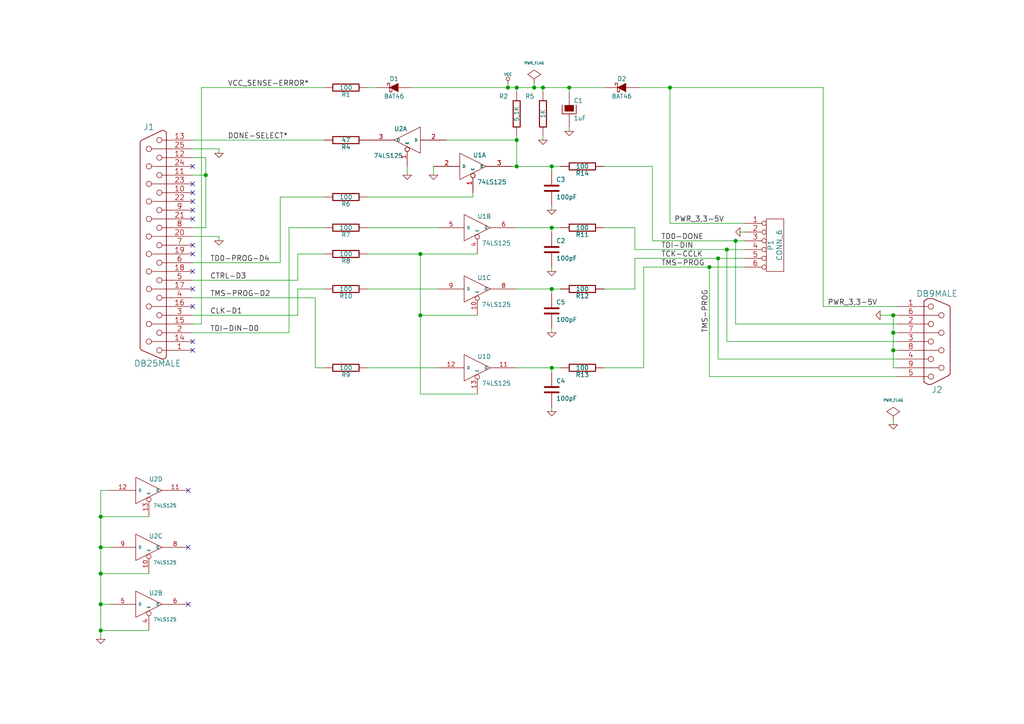
<source format=kicad_sch>
(kicad_sch (version 20211123) (generator eeschema)
  (paper "A4")
  (title_block (title "PARALLEL CABLE III") (date "Sun 22 Mar 2015") (rev "1"))
  (lib_symbols
    (symbol "sonde_xilinx_schlib:74LS125" (pin_names (offset 0.762))
      (property "Reference" "U" (at 0 2.54 0))
      (property "Value" "74LS125" (at 1.27 -3.81 0))
      (symbol "74LS125_0_0"
        (pin power_in line (at -3.81 3.81 270) (length 0) hide (name "VCC") (number "14"))
        (pin power_in line (at -3.81 -3.81 90) (length 0) hide (name "GND") (number "7"))
      )
      (symbol "74LS125_0_1"
        (polyline (pts (xy -3.81 3.81) (xy -3.81 -3.81) (xy 3.81 0) (xy -3.81 3.81)))
      )
      (symbol "74LS125_1_0"
        (pin input inverted (at 0 -7.62 90) (length 5.588) (name "E") (number "1"))
      )
      (symbol "74LS125_1_1"
        (pin input line (at -11.43 0 0) (length 7.62) (name "D") (number "2"))
        (pin tri_state line (at 11.43 0 180) (length 7.62) (name "O") (number "3"))
      )
      (symbol "74LS125_2_0"
        (pin input inverted (at 0 -7.62 90) (length 5.588) (name "E") (number "4"))
      )
      (symbol "74LS125_2_1"
        (pin input line (at -11.43 0 0) (length 7.62) (name "D") (number "5"))
        (pin tri_state line (at 11.43 0 180) (length 7.62) (name "O") (number "6"))
      )
      (symbol "74LS125_3_0"
        (pin input inverted (at 0 -7.62 90) (length 5.588) (name "E") (number "10"))
      )
      (symbol "74LS125_3_1"
        (pin tri_state line (at 11.43 0 180) (length 7.62) (name "O") (number "8"))
        (pin input line (at -11.43 0 0) (length 7.62) (name "D") (number "9"))
      )
      (symbol "74LS125_4_0"
        (pin input inverted (at 0 -7.62 90) (length 5.588) (name "E") (number "13"))
      )
      (symbol "74LS125_4_1"
        (pin tri_state line (at 11.43 0 180) (length 7.62) (name "O") (number "11"))
        (pin input line (at -11.43 0 0) (length 7.62) (name "D") (number "12"))
      )
    )
    (symbol "sonde_xilinx_schlib:C" (pin_numbers hide) (pin_names (offset 0.254))
      (property "Reference" "C" (at 0 2.54 0))
      (property "Value" "C" (at 0.1524 -2.159 0))
      (symbol "C_0_1"
        (polyline (pts (xy -2.032 -0.762) (xy 2.032 -0.762)) (stroke (width 0.508)))
        (polyline (pts (xy -2.032 0.762) (xy 2.032 0.762)) (stroke (width 0.508)))
      )
      (symbol "C_1_1"
        (pin passive line (at 0 5.08 270) (length 4.318) (name "~") (number "1"))
        (pin passive line (at 0 -5.08 90) (length 4.318) (name "~") (number "2"))
      )
    )
    (symbol "sonde_xilinx_schlib:CONN_6" (pin_names (offset 0.762) hide)
      (property "Reference" "P" (at -1.27 0 90))
      (property "Value" "CONN_6" (at 1.27 0 90))
      (symbol "CONN_6_0_1"
        (rectangle (start -2.54 7.62) (end 2.54 -7.62))
      )
      (symbol "CONN_6_1_1"
        (pin passive inverted (at -8.89 6.35 0) (length 6.35) (name "1") (number "1"))
        (pin passive inverted (at -8.89 3.81 0) (length 6.35) (name "2") (number "2"))
        (pin passive inverted (at -8.89 1.27 0) (length 6.35) (name "3") (number "3"))
        (pin passive inverted (at -8.89 -1.27 0) (length 6.35) (name "4") (number "4"))
        (pin passive inverted (at -8.89 -3.81 0) (length 6.35) (name "5") (number "5"))
        (pin passive inverted (at -8.89 -6.35 0) (length 6.35) (name "6") (number "6"))
      )
    )
    (symbol "sonde_xilinx_schlib:CP" (pin_numbers hide) (pin_names (offset 0.254) hide)
      (property "Reference" "C" (at 1.27 2.54 0))
      (property "Value" "CP" (at 1.27 -2.54 0))
      (symbol "CP_0_1"
        (polyline (pts (xy -2.032 1.27) (xy -2.032 -1.27) (xy 2.032 -1.27) (xy 2.032 1.27)) (stroke (width 0.2032)))
        (polyline (pts (xy -1.27 1.27) (xy -1.27 -0.508) (xy 1.27 -0.508) (xy 1.27 1.27)) (fill (type outline)))
      )
      (symbol "CP_1_1"
        (pin passive line (at 0 5.08 270) (length 3.81) (name "~") (number "1"))
        (pin passive line (at 0 -5.08 90) (length 3.81) (name "~") (number "2"))
      )
    )
    (symbol "sonde_xilinx_schlib:DB25" (pin_names (offset 1.016) hide)
      (property "Reference" "J" (at 1.27 34.29 0))
      (property "Value" "DB25" (at -1.27 -34.29 0))
      (symbol "DB25_0_1"
        (arc (start -3.81 -32.004) (mid -3.4129 -32.8094) (end -2.54 -33.02) (stroke (width 0.2032)))
        (arc (start -2.54 33.274) (mid -3.4191 33.0712) (end -3.81 32.258) (stroke (width 0.2032)))
        (circle (center -1.778 -30.48) (radius 0.762))
        (circle (center -1.778 -25.4) (radius 0.762))
        (circle (center -1.778 -20.32) (radius 0.762))
        (circle (center -1.778 -15.24) (radius 0.762))
        (circle (center -1.778 -10.16) (radius 0.762))
        (circle (center -1.778 -5.08) (radius 0.762))
        (circle (center -1.778 0) (radius 0.762))
        (circle (center -1.778 5.08) (radius 0.762))
        (circle (center -1.778 10.16) (radius 0.762))
        (circle (center -1.778 15.24) (radius 0.762))
        (circle (center -1.778 20.32) (radius 0.762))
        (circle (center -1.778 25.4) (radius 0.762))
        (circle (center -1.778 30.48) (radius 0.762))
        (polyline (pts (xy -3.81 -32.004) (xy -3.81 32.258)) (stroke (width 0.2032)))
        (polyline (pts (xy -3.81 -30.48) (xy -2.54 -30.48)))
        (polyline (pts (xy -3.81 -27.94) (xy 0.508 -27.94)))
        (polyline (pts (xy -3.81 -25.4) (xy -2.54 -25.4)))
        (polyline (pts (xy -3.81 -22.86) (xy 0.508 -22.86)))
        (polyline (pts (xy -3.81 -20.32) (xy -2.54 -20.32)))
        (polyline (pts (xy -3.81 -17.78) (xy 0.508 -17.78)))
        (polyline (pts (xy -3.81 -15.24) (xy -2.54 -15.24)))
        (polyline (pts (xy -3.81 -12.7) (xy 0.508 -12.7)))
        (polyline (pts (xy -3.81 -10.16) (xy -2.54 -10.16)))
        (polyline (pts (xy -3.81 -7.62) (xy 0.508 -7.62)))
        (polyline (pts (xy -3.81 -5.08) (xy -2.54 -5.08)))
        (polyline (pts (xy -3.81 -2.54) (xy 0.508 -2.54)))
        (polyline (pts (xy -3.81 0) (xy -2.54 0)))
        (polyline (pts (xy -3.81 2.54) (xy 0.508 2.54)))
        (polyline (pts (xy -3.81 5.08) (xy -2.54 5.08)))
        (polyline (pts (xy -3.81 7.62) (xy 0.508 7.62)))
        (polyline (pts (xy -3.81 10.16) (xy -2.54 10.16)))
        (polyline (pts (xy -3.81 12.7) (xy 0.508 12.7)))
        (polyline (pts (xy -3.81 15.24) (xy -2.54 15.24)))
        (polyline (pts (xy -3.81 17.78) (xy 0.508 17.78)))
        (polyline (pts (xy -3.81 20.32) (xy -2.54 20.32)))
        (polyline (pts (xy -3.81 22.86) (xy 0.508 22.86)))
        (polyline (pts (xy -3.81 25.4) (xy -2.54 25.4)))
        (polyline (pts (xy -3.81 27.94) (xy 0.508 27.94)))
        (polyline (pts (xy -3.81 30.48) (xy -2.54 30.48)))
        (polyline (pts (xy -2.54 -33.02) (xy 3.302 -30.48)) (stroke (width 0.2032)))
        (polyline (pts (xy 3.302 30.48) (xy -2.54 33.274)) (stroke (width 0.2032)))
        (polyline (pts (xy 3.81 -29.718) (xy 3.81 29.718)) (stroke (width 0.2032)))
        (circle (center 1.27 -27.94) (radius 0.762))
        (circle (center 1.27 -22.86) (radius 0.762))
        (circle (center 1.27 -17.78) (radius 0.762))
        (circle (center 1.27 -12.7) (radius 0.762))
        (circle (center 1.27 -7.62) (radius 0.762))
        (circle (center 1.27 -2.54) (radius 0.762))
        (circle (center 1.27 2.54) (radius 0.762))
        (circle (center 1.27 7.62) (radius 0.762))
        (circle (center 1.27 12.7) (radius 0.762))
        (circle (center 1.27 17.78) (radius 0.762))
        (circle (center 1.27 22.86) (radius 0.762))
        (circle (center 1.27 27.94) (radius 0.762))
        (arc (start 3.302 -30.48) (mid 3.6653 -30.1718) (end 3.81 -29.718) (stroke (width 0.2032)))
        (arc (start 3.7846 29.718) (mid 3.6544 30.1591) (end 3.302 30.4546) (stroke (width 0.2032)))
      )
      (symbol "DB25_1_1"
        (pin passive line (at -11.43 -30.48 0) (length 7.62) (name "1") (number "1"))
        (pin passive line (at -11.43 15.24 0) (length 7.62) (name "10") (number "10"))
        (pin passive line (at -11.43 20.32 0) (length 7.62) (name "11") (number "11"))
        (pin passive line (at -11.43 25.4 0) (length 7.62) (name "12") (number "12"))
        (pin passive line (at -11.43 30.48 0) (length 7.62) (name "13") (number "13"))
        (pin passive line (at -11.43 -27.94 0) (length 7.62) (name "P14") (number "14"))
        (pin passive line (at -11.43 -22.86 0) (length 7.62) (name "P15") (number "15"))
        (pin passive line (at -11.43 -17.78 0) (length 7.62) (name "P16") (number "16"))
        (pin passive line (at -11.43 -12.7 0) (length 7.62) (name "P17") (number "17"))
        (pin passive line (at -11.43 -7.62 0) (length 7.62) (name "P18") (number "18"))
        (pin passive line (at -11.43 -2.54 0) (length 7.62) (name "P19") (number "19"))
        (pin passive line (at -11.43 -25.4 0) (length 7.62) (name "2") (number "2"))
        (pin passive line (at -11.43 2.54 0) (length 7.62) (name "P20") (number "20"))
        (pin passive line (at -11.43 7.62 0) (length 7.62) (name "P21") (number "21"))
        (pin passive line (at -11.43 12.7 0) (length 7.62) (name "P22") (number "22"))
        (pin passive line (at -11.43 17.78 0) (length 7.62) (name "P23") (number "23"))
        (pin passive line (at -11.43 22.86 0) (length 7.62) (name "P24") (number "24"))
        (pin passive line (at -11.43 27.94 0) (length 7.62) (name "P25") (number "25"))
        (pin passive line (at -11.43 -20.32 0) (length 7.62) (name "3") (number "3"))
        (pin passive line (at -11.43 -15.24 0) (length 7.62) (name "4") (number "4"))
        (pin passive line (at -11.43 -10.16 0) (length 7.62) (name "5") (number "5"))
        (pin passive line (at -11.43 -5.08 0) (length 7.62) (name "6") (number "6"))
        (pin passive line (at -11.43 0 0) (length 7.62) (name "7") (number "7"))
        (pin passive line (at -11.43 5.08 0) (length 7.62) (name "8") (number "8"))
        (pin passive line (at -11.43 10.16 0) (length 7.62) (name "9") (number "9"))
      )
    )
    (symbol "sonde_xilinx_schlib:DB9" (pin_names (offset 1.016) hide)
      (property "Reference" "J" (at 0 13.97 0))
      (property "Value" "DB9" (at 0 -13.97 0))
      (symbol "DB9_0_1"
        (circle (center -1.778 -10.16) (radius 0.762))
        (circle (center -1.778 -5.08) (radius 0.762))
        (circle (center -1.778 0) (radius 0.762))
        (circle (center -1.778 5.08) (radius 0.762))
        (circle (center -1.778 10.16) (radius 0.762))
        (polyline (pts (xy -3.81 -11.684) (xy -3.81 11.684)) (stroke (width 0.2032)))
        (polyline (pts (xy -3.81 -11.6586) (xy -3.556 -11.938)) (stroke (width 0.2032)))
        (polyline (pts (xy -3.81 -10.16) (xy -2.54 -10.16)))
        (polyline (pts (xy -3.81 -7.62) (xy 0.508 -7.62)))
        (polyline (pts (xy -3.81 -5.08) (xy -2.54 -5.08)))
        (polyline (pts (xy -3.81 -2.54) (xy 0.508 -2.54)))
        (polyline (pts (xy -3.81 0) (xy -2.54 0)))
        (polyline (pts (xy -3.81 2.54) (xy 0.508 2.54)))
        (polyline (pts (xy -3.81 5.08) (xy -2.54 5.08)))
        (polyline (pts (xy -3.81 7.62) (xy 0.508 7.62)))
        (polyline (pts (xy -3.81 10.16) (xy -2.54 10.16)))
        (polyline (pts (xy -3.556 -11.938) (xy -2.794 -12.446)) (stroke (width 0.2032)))
        (polyline (pts (xy -3.556 11.938) (xy -3.81 11.684)) (stroke (width 0.2032)))
        (polyline (pts (xy -3.556 11.938) (xy -2.54 12.446)) (stroke (width 0.2032)))
        (polyline (pts (xy -2.794 -12.446) (xy -1.27 -12.446)) (stroke (width 0.2032)))
        (polyline (pts (xy -2.54 12.446) (xy -1.778 12.446)) (stroke (width 0.2032)))
        (polyline (pts (xy 3.2766 9.906) (xy -1.778 12.446)) (stroke (width 0.2032)))
        (polyline (pts (xy 3.2766 9.906) (xy 3.81 9.398)) (stroke (width 0.2032)))
        (polyline (pts (xy 3.556 -10.3886) (xy -1.27 -12.446)) (stroke (width 0.2032)))
        (polyline (pts (xy 3.81 -9.906) (xy 3.556 -10.3886)) (stroke (width 0.2032)))
        (polyline (pts (xy 3.81 9.398) (xy 3.81 -9.906)) (stroke (width 0.2032)))
        (circle (center 1.27 -7.62) (radius 0.762))
        (circle (center 1.27 -2.54) (radius 0.762))
        (circle (center 1.27 2.54) (radius 0.762))
        (circle (center 1.27 7.62) (radius 0.762))
      )
      (symbol "DB9_1_1"
        (pin passive line (at -11.43 -10.16 0) (length 7.62) (name "1") (number "1"))
        (pin passive line (at -11.43 -5.08 0) (length 7.62) (name "2") (number "2"))
        (pin passive line (at -11.43 0 0) (length 7.62) (name "3") (number "3"))
        (pin passive line (at -11.43 5.08 0) (length 7.62) (name "4") (number "4"))
        (pin passive line (at -11.43 10.16 0) (length 7.62) (name "5") (number "5"))
        (pin passive line (at -11.43 -7.62 0) (length 7.62) (name "P6") (number "6"))
        (pin passive line (at -11.43 -2.54 0) (length 7.62) (name "P7") (number "7"))
        (pin passive line (at -11.43 2.54 0) (length 7.62) (name "P8") (number "8"))
        (pin passive line (at -11.43 7.62 0) (length 7.62) (name "P9") (number "9"))
      )
    )
    (symbol "sonde_xilinx_schlib:DIODESCH" (pin_numbers hide) (pin_names (offset 1.016) hide)
      (property "Reference" "D" (at 0 2.54 0))
      (property "Value" "DIODESCH" (at 0 -2.54 0))
      (symbol "DIODESCH_0_1"
        (polyline (pts (xy -1.27 1.27) (xy 1.27 0) (xy -1.27 -1.27)) (fill (type outline)))
        (polyline (pts (xy 1.905 0.635) (xy 1.905 1.27) (xy 1.27 1.27) (xy 1.27 -1.27) (xy 0.635 -1.27) (xy 0.635 -0.635)) (stroke (width 0.2032)))
      )
      (symbol "DIODESCH_1_1"
        (pin passive line (at -5.08 0 0) (length 3.81) (name "A") (number "1"))
        (pin passive line (at 5.08 0 180) (length 3.81) (name "K") (number "2"))
      )
    )
    (symbol "sonde_xilinx_schlib:GND" (power) (pin_names (offset 0))
      (symbol "GND_0_1"
        (polyline (pts (xy -1.27 0) (xy 0 -1.27) (xy 1.27 0) (xy -1.27 0)))
      )
      (symbol "GND_1_1"
        (pin power_in line (at 0 0 90) (length 0) hide (name "GND") (number "1"))
      )
    )
    (symbol "sonde_xilinx_schlib:PWR_FLAG" (power) (pin_numbers hide) (pin_names (offset 0) hide)
      (property "Value" "PWR_FLAG" (at 0 4.572 0))
      (symbol "PWR_FLAG_0_0"
        (pin power_out line (at 0 0 90) (length 0) (name "pwr") (number "1"))
      )
      (symbol "PWR_FLAG_0_1"
        (polyline (pts (xy 0 0) (xy 0 1.27) (xy -1.905 2.54) (xy 0 3.81) (xy 1.905 2.54) (xy 0 1.27)))
      )
    )
    (symbol "sonde_xilinx_schlib:R" (pin_numbers hide) (pin_names (offset 0))
      (property "Reference" "R" (at 2.032 0 90))
      (property "Value" "R" (at 0.1778 0.0254 90))
      (symbol "R_0_1"
        (rectangle (start -1.016 3.81) (end 1.016 -3.81) (stroke (width 0.3048)))
      )
      (symbol "R_1_1"
        (pin passive line (at 0 6.35 270) (length 2.54) (name "~") (number "1"))
        (pin passive line (at 0 -6.35 90) (length 2.54) (name "~") (number "2"))
      )
    )
    (symbol "sonde_xilinx_schlib:VCC" (power) (pin_names (offset 0))
      (property "Value" "VCC" (at 0 2.54 0))
      (symbol "VCC_0_0"
        (pin power_in line (at 0 0 90) (length 0) hide (name "VCC") (number "1"))
      )
      (symbol "VCC_0_1"
        (polyline (pts (xy 0 0) (xy 0 0.762) (xy 0 0.762)))
        (circle (center 0 1.27) (radius 0.508))
      )
    )
  )
  (junction (at 259.08 91.44) (diameter 1.016))
  (junction (at 194.31 25.4) (diameter 1.016))
  (junction (at 213.36 69.85) (diameter 1.016))
  (junction (at 29.21 182.88) (diameter 1.016))
  (junction (at 160.02 83.82) (diameter 1.016))
  (junction (at 59.69 50.8) (diameter 1.016))
  (junction (at 29.21 166.37) (diameter 1.016))
  (junction (at 149.86 40.64) (diameter 1.016))
  (junction (at 121.92 91.44) (diameter 1.016))
  (junction (at 160.02 106.68) (diameter 1.016))
  (junction (at 149.86 25.4) (diameter 1.016))
  (junction (at 157.48 25.4) (diameter 1.016))
  (junction (at 205.74 77.47) (diameter 1.016))
  (junction (at 208.28 74.93) (diameter 1.016))
  (junction (at 259.08 101.6) (diameter 1.016))
  (junction (at 160.02 66.04) (diameter 1.016))
  (junction (at 29.21 158.75) (diameter 1.016))
  (junction (at 29.21 149.86) (diameter 1.016))
  (junction (at 259.08 96.52) (diameter 1.016))
  (junction (at 154.94 25.4) (diameter 1.016))
  (junction (at 29.21 175.26) (diameter 1.016))
  (junction (at 210.82 72.39) (diameter 1.016))
  (junction (at 121.92 73.66) (diameter 1.016))
  (junction (at 149.86 48.26) (diameter 1.016))
  (junction (at 160.02 48.26) (diameter 1.016))
  (junction (at 147.32 25.4) (diameter 1.016))
  (junction (at 165.1 25.4) (diameter 1.016))
  (no_connect (at 54.61 175.26))
  (no_connect (at 55.88 88.9))
  (no_connect (at 54.61 142.24))
  (no_connect (at 54.61 158.75))
  (no_connect (at 55.88 55.88))
  (no_connect (at 55.88 71.12))
  (no_connect (at 55.88 48.26))
  (no_connect (at 55.88 73.66))
  (no_connect (at 55.88 101.6))
  (no_connect (at 55.88 53.34))
  (no_connect (at 55.88 78.74))
  (no_connect (at 55.88 60.96))
  (no_connect (at 55.88 58.42))
  (no_connect (at 55.88 99.06))
  (no_connect (at 55.88 63.5))
  (no_connect (at 55.88 83.82))
  (wire (pts (xy 165.1 25.4) (xy 165.1 26.67)))
  (wire (pts (xy 59.69 66.04) (xy 55.88 66.04)))
  (wire (pts (xy 106.68 57.15) (xy 137.16 57.15)))
  (wire (pts (xy 129.54 40.64) (xy 149.86 40.64)))
  (wire (pts (xy 189.23 48.26) (xy 175.26 48.26)))
  (wire (pts (xy 149.86 106.68) (xy 160.02 106.68)))
  (wire (pts (xy 59.69 45.72) (xy 55.88 45.72)))
  (wire (pts (xy 63.5 69.85) (xy 63.5 68.58)))
  (wire (pts (xy 260.35 99.06) (xy 210.82 99.06)))
  (wire (pts (xy 91.44 86.36) (xy 55.88 86.36)))
  (wire (pts (xy 149.86 66.04) (xy 160.02 66.04)))
  (wire (pts (xy 208.28 104.14) (xy 208.28 74.93)))
  (wire (pts (xy 109.22 25.4) (xy 106.68 25.4)))
  (wire (pts (xy 29.21 166.37) (xy 43.18 166.37)))
  (wire (pts (xy 160.02 95.25) (xy 160.02 96.52)))
  (wire (pts (xy 127 83.82) (xy 106.68 83.82)))
  (wire (pts (xy 184.15 72.39) (xy 184.15 66.04)))
  (wire (pts (xy 157.48 25.4) (xy 165.1 25.4)))
  (wire (pts (xy 148.59 48.26) (xy 149.86 48.26)))
  (wire (pts (xy 149.86 39.37) (xy 149.86 40.64)))
  (wire (pts (xy 260.35 96.52) (xy 259.08 96.52)))
  (wire (pts (xy 259.08 91.44) (xy 260.35 91.44)))
  (wire (pts (xy 160.02 107.95) (xy 160.02 106.68)))
  (wire (pts (xy 157.48 25.4) (xy 157.48 26.67)))
  (wire (pts (xy 205.74 77.47) (xy 215.9 77.47)))
  (wire (pts (xy 29.21 142.24) (xy 29.21 149.86)))
  (wire (pts (xy 29.21 158.75) (xy 31.75 158.75)))
  (wire (pts (xy 55.88 81.28) (xy 86.36 81.28)))
  (wire (pts (xy 29.21 149.86) (xy 29.21 158.75)))
  (wire (pts (xy 86.36 73.66) (xy 93.98 73.66)))
  (wire (pts (xy 29.21 158.75) (xy 29.21 166.37)))
  (wire (pts (xy 86.36 91.44) (xy 86.36 83.82)))
  (wire (pts (xy 208.28 74.93) (xy 215.9 74.93)))
  (wire (pts (xy 147.32 25.4) (xy 149.86 25.4)))
  (wire (pts (xy 55.88 50.8) (xy 59.69 50.8)))
  (wire (pts (xy 259.08 123.19) (xy 259.08 121.92)))
  (wire (pts (xy 137.16 57.15) (xy 137.16 55.88)))
  (wire (pts (xy 59.69 45.72) (xy 59.69 50.8)))
  (wire (pts (xy 83.82 96.52) (xy 83.82 66.04)))
  (wire (pts (xy 189.23 69.85) (xy 189.23 48.26)))
  (wire (pts (xy 29.21 142.24) (xy 31.75 142.24)))
  (wire (pts (xy 160.02 78.74) (xy 160.02 77.47)))
  (wire (pts (xy 121.92 73.66) (xy 138.43 73.66)))
  (wire (pts (xy 63.5 43.18) (xy 55.88 43.18)))
  (wire (pts (xy 58.42 25.4) (xy 93.98 25.4)))
  (wire (pts (xy 91.44 106.68) (xy 91.44 86.36)))
  (wire (pts (xy 63.5 44.45) (xy 63.5 43.18)))
  (wire (pts (xy 184.15 74.93) (xy 208.28 74.93)))
  (wire (pts (xy 149.86 83.82) (xy 160.02 83.82)))
  (wire (pts (xy 259.08 106.68) (xy 260.35 106.68)))
  (wire (pts (xy 160.02 67.31) (xy 160.02 66.04)))
  (wire (pts (xy 29.21 175.26) (xy 31.75 175.26)))
  (wire (pts (xy 160.02 48.26) (xy 160.02 49.53)))
  (wire (pts (xy 205.74 109.22) (xy 205.74 77.47)))
  (wire (pts (xy 260.35 104.14) (xy 208.28 104.14)))
  (wire (pts (xy 127 106.68) (xy 106.68 106.68)))
  (wire (pts (xy 81.28 57.15) (xy 93.98 57.15)))
  (wire (pts (xy 29.21 166.37) (xy 29.21 175.26)))
  (wire (pts (xy 259.08 91.44) (xy 259.08 96.52)))
  (wire (pts (xy 186.69 106.68) (xy 186.69 77.47)))
  (wire (pts (xy 138.43 91.44) (xy 121.92 91.44)))
  (wire (pts (xy 29.21 175.26) (xy 29.21 182.88)))
  (wire (pts (xy 149.86 48.26) (xy 160.02 48.26)))
  (wire (pts (xy 260.35 109.22) (xy 205.74 109.22)))
  (wire (pts (xy 55.88 76.2) (xy 81.28 76.2)))
  (wire (pts (xy 149.86 40.64) (xy 149.86 48.26)))
  (wire (pts (xy 189.23 69.85) (xy 213.36 69.85)))
  (wire (pts (xy 260.35 88.9) (xy 238.76 88.9)))
  (wire (pts (xy 160.02 118.11) (xy 160.02 119.38)))
  (wire (pts (xy 58.42 25.4) (xy 58.42 93.98)))
  (wire (pts (xy 259.08 101.6) (xy 259.08 106.68)))
  (wire (pts (xy 194.31 25.4) (xy 238.76 25.4)))
  (wire (pts (xy 154.94 25.4) (xy 157.48 25.4)))
  (wire (pts (xy 147.32 25.4) (xy 147.32 24.13)))
  (wire (pts (xy 210.82 72.39) (xy 215.9 72.39)))
  (wire (pts (xy 184.15 74.93) (xy 184.15 83.82)))
  (wire (pts (xy 215.9 64.77) (xy 194.31 64.77)))
  (wire (pts (xy 55.88 40.64) (xy 93.98 40.64)))
  (wire (pts (xy 121.92 73.66) (xy 121.92 91.44)))
  (wire (pts (xy 210.82 99.06) (xy 210.82 72.39)))
  (wire (pts (xy 118.11 50.8) (xy 118.11 48.26)))
  (wire (pts (xy 55.88 91.44) (xy 86.36 91.44)))
  (wire (pts (xy 184.15 83.82) (xy 175.26 83.82)))
  (wire (pts (xy 213.36 93.98) (xy 213.36 69.85)))
  (wire (pts (xy 160.02 106.68) (xy 162.56 106.68)))
  (wire (pts (xy 260.35 93.98) (xy 213.36 93.98)))
  (wire (pts (xy 93.98 106.68) (xy 91.44 106.68)))
  (wire (pts (xy 165.1 38.1) (xy 165.1 36.83)))
  (wire (pts (xy 255.27 91.44) (xy 259.08 91.44)))
  (wire (pts (xy 121.92 114.3) (xy 138.43 114.3)))
  (wire (pts (xy 214.63 67.31) (xy 215.9 67.31)))
  (wire (pts (xy 125.73 48.26) (xy 125.73 50.8)))
  (wire (pts (xy 106.68 73.66) (xy 121.92 73.66)))
  (wire (pts (xy 119.38 25.4) (xy 147.32 25.4)))
  (wire (pts (xy 127 66.04) (xy 106.68 66.04)))
  (wire (pts (xy 185.42 25.4) (xy 194.31 25.4)))
  (wire (pts (xy 238.76 25.4) (xy 238.76 88.9)))
  (wire (pts (xy 29.21 182.88) (xy 43.18 182.88)))
  (wire (pts (xy 160.02 83.82) (xy 162.56 83.82)))
  (wire (pts (xy 157.48 40.64) (xy 157.48 39.37)))
  (wire (pts (xy 184.15 72.39) (xy 210.82 72.39)))
  (wire (pts (xy 149.86 25.4) (xy 154.94 25.4)))
  (wire (pts (xy 184.15 66.04) (xy 175.26 66.04)))
  (wire (pts (xy 58.42 93.98) (xy 55.88 93.98)))
  (wire (pts (xy 186.69 77.47) (xy 205.74 77.47)))
  (wire (pts (xy 86.36 83.82) (xy 93.98 83.82)))
  (wire (pts (xy 59.69 50.8) (xy 59.69 66.04)))
  (wire (pts (xy 81.28 76.2) (xy 81.28 57.15)))
  (wire (pts (xy 63.5 68.58) (xy 55.88 68.58)))
  (wire (pts (xy 259.08 101.6) (xy 260.35 101.6)))
  (wire (pts (xy 86.36 81.28) (xy 86.36 73.66)))
  (wire (pts (xy 149.86 25.4) (xy 149.86 26.67)))
  (wire (pts (xy 213.36 69.85) (xy 215.9 69.85)))
  (wire (pts (xy 175.26 106.68) (xy 186.69 106.68)))
  (wire (pts (xy 121.92 91.44) (xy 121.92 114.3)))
  (wire (pts (xy 165.1 25.4) (xy 175.26 25.4)))
  (wire (pts (xy 154.94 24.13) (xy 154.94 25.4)))
  (wire (pts (xy 160.02 66.04) (xy 162.56 66.04)))
  (wire (pts (xy 43.18 149.86) (xy 29.21 149.86)))
  (wire (pts (xy 160.02 48.26) (xy 162.56 48.26)))
  (wire (pts (xy 55.88 96.52) (xy 83.82 96.52)))
  (wire (pts (xy 194.31 64.77) (xy 194.31 25.4)))
  (wire (pts (xy 160.02 85.09) (xy 160.02 83.82)))
  (wire (pts (xy 259.08 96.52) (xy 259.08 101.6)))
  (wire (pts (xy 160.02 60.96) (xy 160.02 59.69)))
  (wire (pts (xy 83.82 66.04) (xy 93.98 66.04)))
  (wire (pts (xy 29.21 182.88) (xy 29.21 185.42)))
  (label "TMS-PROG" (at 205.74 96.52 90) (effects (font (size 1.524 1.524))))
  (label "TDI-DIN-D0" (at 60.96 96.52 0) (effects (font (size 1.524 1.524))))
  (label "CTRL-D3" (at 60.96 81.28 0) (effects (font (size 1.524 1.524))))
  (label "PWR_3,3-5V" (at 240.03 88.9 0) (effects (font (size 1.524 1.524))))
  (label "VCC_SENSE-ERROR*" (at 66.04 25.4 0) (effects (font (size 1.524 1.524))))
  (label "TD0-PROG-D4" (at 60.96 76.2 0) (effects (font (size 1.524 1.524))))
  (label "TMS-PROG" (at 191.77 77.47 0) (effects (font (size 1.524 1.524))))
  (label "TMS-PROG-D2" (at 60.96 86.36 0) (effects (font (size 1.524 1.524))))
  (label "CLK-D1" (at 60.96 91.44 0) (effects (font (size 1.524 1.524))))
  (label "DONE-SELECT*" (at 66.04 40.64 0) (effects (font (size 1.524 1.524))))
  (label "TD0-DONE" (at 191.77 69.85 0) (effects (font (size 1.524 1.524))))
  (label "TDI-DIN" (at 191.77 72.39 0) (effects (font (size 1.524 1.524))))
  (label "TCK-CCLK" (at 191.77 74.93 0) (effects (font (size 1.524 1.524))))
  (label "PWR_3,3-5V" (at 195.58 64.77 0) (effects (font (size 1.524 1.524))))
  (symbol (lib_id "sonde_xilinx_schlib:DB25") (at 44.45 71.12 0) (mirror y) (unit 1)
    (property "Reference" "J1" (at 43.18 36.83 0) (effects (font (size 1.778 1.778))))
    (property "Value" "DB25MALE" (at 45.72 105.41 0) (effects (font (size 1.778 1.778))))
    (property "Footprint" "Connector_Dsub:DSUB-25_Male_EdgeMount_P2.77mm" (effects hide))
  )
  (symbol (lib_id "sonde_xilinx_schlib:R") (at 100.33 25.4 270) (unit 1)
    (property "Reference" "R1" (at 100.33 27.432 90))
    (property "Value" "100" (at 100.33 25.4 90))
    (property "Footprint" "Resistor_THT:R_Axial_DIN0207_L6.3mm_D2.5mm_P10.16mm_Horizontal" (effects hide))
  )
  (symbol (lib_id "sonde_xilinx_schlib:R") (at 100.33 40.64 270) (unit 1)
    (property "Reference" "R4" (at 100.33 42.672 90))
    (property "Value" "47" (at 100.33 40.64 90))
    (property "Footprint" "Resistor_THT:R_Axial_DIN0207_L6.3mm_D2.5mm_P10.16mm_Horizontal" (effects hide))
  )
  (symbol (lib_id "sonde_xilinx_schlib:R") (at 100.33 57.15 270) (unit 1)
    (property "Reference" "R6" (at 100.33 59.182 90))
    (property "Value" "100" (at 100.33 57.15 90))
    (property "Footprint" "Resistor_THT:R_Axial_DIN0207_L6.3mm_D2.5mm_P10.16mm_Horizontal" (effects hide))
  )
  (symbol (lib_id "sonde_xilinx_schlib:R") (at 100.33 83.82 270) (unit 1)
    (property "Reference" "R10" (at 100.33 85.852 90))
    (property "Value" "100" (at 100.33 83.82 90))
    (property "Footprint" "Resistor_THT:R_Axial_DIN0207_L6.3mm_D2.5mm_P10.16mm_Horizontal" (effects hide))
  )
  (symbol (lib_id "sonde_xilinx_schlib:R") (at 100.33 106.68 270) (unit 1)
    (property "Reference" "R9" (at 100.33 108.712 90))
    (property "Value" "100" (at 100.33 106.68 90))
    (property "Footprint" "Resistor_THT:R_Axial_DIN0207_L6.3mm_D2.5mm_P10.16mm_Horizontal" (effects hide))
  )
  (symbol (lib_id "sonde_xilinx_schlib:74LS125") (at 118.11 40.64 0) (mirror y) (unit 1)
    (property "Reference" "U2" (at 118.11 38.1 0) (effects (justify left bottom)))
    (property "Value" "74LS125" (at 116.84 44.45 0) (effects (justify left top)))
    (property "Footprint" "Package_DIP:DIP-14_W7.62mm_LongPads" (effects hide))
  )
  (symbol (lib_id "sonde_xilinx_schlib:74LS125") (at 137.16 48.26 0) (unit 1)
    (property "Reference" "U1" (at 137.16 45.72 0) (effects (justify left bottom)))
    (property "Value" "74LS125" (at 138.43 52.07 0) (effects (justify left top)))
    (property "Footprint" "Package_DIP:DIP-14_W7.62mm_LongPads" (effects hide))
  )
  (symbol (lib_id "sonde_xilinx_schlib:74LS125") (at 138.43 66.04 0) (unit 2)
    (property "Reference" "U1" (at 138.43 63.5 0) (effects (justify left bottom)))
    (property "Value" "74LS125" (at 139.7 69.8246 0) (effects (justify left top)))
    (property "Footprint" "Package_DIP:DIP-14_W7.62mm_LongPads" (effects hide))
  )
  (symbol (lib_id "sonde_xilinx_schlib:74LS125") (at 138.43 83.82 0) (unit 3)
    (property "Reference" "U1" (at 138.43 81.28 0) (effects (justify left bottom)))
    (property "Value" "74LS125" (at 139.7 87.6046 0) (effects (justify left top)))
    (property "Footprint" "Package_DIP:DIP-14_W7.62mm_LongPads" (effects hide))
  )
  (symbol (lib_id "sonde_xilinx_schlib:74LS125") (at 138.43 106.68 0) (unit 4)
    (property "Reference" "U1" (at 138.43 104.14 0) (effects (justify left bottom)))
    (property "Value" "74LS125" (at 139.7 110.4646 0) (effects (justify left top)))
    (property "Footprint" "Package_DIP:DIP-14_W7.62mm_LongPads" (effects hide))
  )
  (symbol (lib_id "sonde_xilinx_schlib:74LS125") (at 43.18 175.26 0) (unit 2)
    (property "Reference" "U2" (at 43.18 172.72 0) (effects (justify left bottom)))
    (property "Value" "74LS125" (at 44.45 179.07 0) (effects (font (size 1.016 1.016)) (justify left top)))
    (property "Footprint" "Package_DIP:DIP-14_W7.62mm_LongPads" (effects hide))
  )
  (symbol (lib_id "sonde_xilinx_schlib:74LS125") (at 43.18 158.75 0) (unit 3)
    (property "Reference" "U2" (at 43.18 156.21 0) (effects (justify left bottom)))
    (property "Value" "74LS125" (at 44.45 162.56 0) (effects (font (size 1.016 1.016)) (justify left top)))
    (property "Footprint" "Package_DIP:DIP-14_W7.62mm_LongPads" (effects hide))
  )
  (symbol (lib_id "sonde_xilinx_schlib:74LS125") (at 43.18 142.24 0) (unit 4)
    (property "Reference" "U2" (at 43.18 139.7 0) (effects (justify left bottom)))
    (property "Value" "74LS125" (at 44.45 146.05 0) (effects (font (size 1.016 1.016)) (justify left top)))
    (property "Footprint" "Package_DIP:DIP-14_W7.62mm_LongPads" (effects hide))
  )
  (symbol (lib_id "sonde_xilinx_schlib:GND") (at 29.21 185.42 0) (unit 1)
    (property "Reference" "#PWR016" (effects hide))
    (property "Value" "GND" (effects hide))
  )
  (symbol (lib_id "sonde_xilinx_schlib:GND") (at 118.11 50.8 0) (unit 1)
    (property "Reference" "#PWR015" (effects hide))
    (property "Value" "GND" (effects hide))
  )
  (symbol (lib_id "sonde_xilinx_schlib:GND") (at 63.5 44.45 0) (unit 1)
    (property "Reference" "#PWR014" (effects hide))
    (property "Value" "GND" (effects hide))
  )
  (symbol (lib_id "sonde_xilinx_schlib:DIODESCH") (at 114.3 25.4 0) (mirror y) (unit 1)
    (property "Reference" "D1" (at 114.3 22.86 0))
    (property "Value" "BAT46" (at 114.3 27.94 0))
    (property "Footprint" "Diode_THT:D_A-405_P7.62mm_Horizontal" (effects hide))
  )
  (symbol (lib_id "sonde_xilinx_schlib:DIODESCH") (at 180.34 25.4 0) (mirror y) (unit 1)
    (property "Reference" "D2" (at 180.34 22.86 0))
    (property "Value" "BAT46" (at 180.34 27.94 0))
    (property "Footprint" "Diode_THT:D_A-405_P7.62mm_Horizontal" (effects hide))
  )
  (symbol (lib_id "sonde_xilinx_schlib:R") (at 149.86 33.02 0) (unit 1)
    (property "Reference" "R2" (at 146.05 27.94 0))
    (property "Value" "5,1K" (at 149.86 33.02 90))
    (property "Footprint" "Resistor_THT:R_Axial_DIN0207_L6.3mm_D2.5mm_P10.16mm_Horizontal" (effects hide))
  )
  (symbol (lib_id "sonde_xilinx_schlib:R") (at 157.48 33.02 0) (unit 1)
    (property "Reference" "R5" (at 153.67 27.94 0))
    (property "Value" "1K" (at 157.48 33.02 90))
    (property "Footprint" "Resistor_THT:R_Axial_DIN0207_L6.3mm_D2.5mm_P10.16mm_Horizontal" (effects hide))
  )
  (symbol (lib_id "sonde_xilinx_schlib:R") (at 168.91 48.26 270) (unit 1)
    (property "Reference" "R14" (at 168.91 50.292 90))
    (property "Value" "100" (at 168.91 48.26 90))
    (property "Footprint" "Resistor_THT:R_Axial_DIN0207_L6.3mm_D2.5mm_P10.16mm_Horizontal" (effects hide))
  )
  (symbol (lib_id "sonde_xilinx_schlib:C") (at 160.02 113.03 0) (unit 1)
    (property "Reference" "C4" (at 161.29 110.49 0) (effects (justify left)))
    (property "Value" "100pF" (at 161.29 115.57 0) (effects (justify left)))
    (property "Footprint" "Capacitor_THT:C_Disc_D5.1mm_W3.2mm_P5.00mm" (effects hide))
  )
  (symbol (lib_id "sonde_xilinx_schlib:GND") (at 160.02 119.38 0) (unit 1)
    (property "Reference" "#PWR01" (effects hide))
    (property "Value" "GND" (effects hide))
  )
  (symbol (lib_id "sonde_xilinx_schlib:GND") (at 157.48 40.64 0) (unit 1)
    (property "Reference" "#PWR012" (effects hide))
    (property "Value" "GND" (effects hide))
  )
  (symbol (lib_id "sonde_xilinx_schlib:CP") (at 165.1 31.75 0) (unit 1)
    (property "Reference" "C1" (at 166.37 29.21 0) (effects (justify left)))
    (property "Value" "1uF" (at 166.37 34.2646 0) (effects (justify left)))
    (property "Footprint" "Capacitor_THT:C_Axial_L5.1mm_D3.1mm_P12.50mm_Horizontal" (effects hide))
  )
  (symbol (lib_id "sonde_xilinx_schlib:GND") (at 165.1 38.1 0) (unit 1)
    (property "Reference" "#PWR09" (effects hide))
    (property "Value" "GND" (effects hide))
  )
  (symbol (lib_id "sonde_xilinx_schlib:CONN_6") (at 224.79 71.12 0) (unit 1)
    (property "Reference" "P1" (at 223.52 71.12 90) (effects (font (size 1.524 1.524))))
    (property "Value" "CONN_6" (at 226.06 71.12 90) (effects (font (size 1.524 1.524))))
    (property "Footprint" "Connector_PinHeader_2.54mm:PinHeader_1x06_P2.54mm_Vertical" (effects hide))
  )
  (symbol (lib_id "sonde_xilinx_schlib:GND") (at 214.63 67.31 270) (unit 1)
    (property "Reference" "#PWR08" (effects hide))
    (property "Value" "GND" (effects hide))
  )
  (symbol (lib_id "sonde_xilinx_schlib:PWR_FLAG") (at 259.08 121.92 0) (unit 1)
    (property "Reference" "#FLG05" (effects hide))
    (property "Value" "PWR_FLAG" (at 259.08 116.078 0) (effects (font (size 0.762 0.762))))
  )
  (symbol (lib_id "sonde_xilinx_schlib:GND") (at 259.08 123.19 0) (unit 1)
    (property "Reference" "#PWR04" (effects hide))
    (property "Value" "GND" (effects hide))
  )
  (symbol (lib_id "sonde_xilinx_schlib:VCC") (at 147.32 24.13 0) (unit 1)
    (property "Reference" "#PWR03" (effects hide))
    (property "Value" "VCC" (at 147.32 21.59 0) (effects (font (size 0.762 0.762))))
  )
  (symbol (lib_id "sonde_xilinx_schlib:PWR_FLAG") (at 154.94 24.13 0) (unit 1)
    (property "Reference" "#FLG02" (effects hide))
    (property "Value" "PWR_FLAG" (at 154.94 18.288 0) (effects (font (size 0.762 0.762))))
  )
  (symbol (lib_id "sonde_xilinx_schlib:DB9") (at 271.78 99.06 0) (mirror x) (unit 1)
    (property "Reference" "J2" (at 271.78 113.03 0) (effects (font (size 1.778 1.778))))
    (property "Value" "DB9MALE" (at 271.78 85.1662 0) (effects (font (size 1.778 1.778))))
    (property "Footprint" "Connector_Dsub:DSUB-9_Male_EdgeMount_P2.77mm" (effects hide))
  )
  (symbol (lib_id "sonde_xilinx_schlib:R") (at 168.91 66.04 270) (unit 1)
    (property "Reference" "R11" (at 168.91 68.072 90))
    (property "Value" "100" (at 168.91 66.04 90))
    (property "Footprint" "Resistor_THT:R_Axial_DIN0207_L6.3mm_D2.5mm_P10.16mm_Horizontal" (effects hide))
  )
  (symbol (lib_id "sonde_xilinx_schlib:R") (at 100.33 66.04 270) (unit 1)
    (property "Reference" "R7" (at 100.33 68.072 90))
    (property "Value" "100" (at 100.33 66.04 90))
    (property "Footprint" "Resistor_THT:R_Axial_DIN0207_L6.3mm_D2.5mm_P10.16mm_Horizontal" (effects hide))
  )
  (symbol (lib_id "sonde_xilinx_schlib:R") (at 100.33 73.66 270) (unit 1)
    (property "Reference" "R8" (at 100.33 75.692 90))
    (property "Value" "100" (at 100.33 73.66 90))
    (property "Footprint" "Resistor_THT:R_Axial_DIN0207_L6.3mm_D2.5mm_P10.16mm_Horizontal" (effects hide))
  )
  (symbol (lib_id "sonde_xilinx_schlib:GND") (at 63.5 69.85 0) (unit 1)
    (property "Reference" "#PWR06" (effects hide))
    (property "Value" "GND" (effects hide))
  )
  (symbol (lib_id "sonde_xilinx_schlib:R") (at 168.91 106.68 270) (unit 1)
    (property "Reference" "R13" (at 168.91 108.712 90))
    (property "Value" "100" (at 168.91 106.68 90))
    (property "Footprint" "Resistor_THT:R_Axial_DIN0207_L6.3mm_D2.5mm_P10.16mm_Horizontal" (effects hide))
  )
  (symbol (lib_id "sonde_xilinx_schlib:R") (at 168.91 83.82 270) (unit 1)
    (property "Reference" "R12" (at 168.91 85.852 90))
    (property "Value" "100" (at 168.91 83.82 90))
    (property "Footprint" "Resistor_THT:R_Axial_DIN0207_L6.3mm_D2.5mm_P10.16mm_Horizontal" (effects hide))
  )
  (symbol (lib_id "sonde_xilinx_schlib:C") (at 160.02 54.61 0) (unit 1)
    (property "Reference" "C3" (at 161.29 52.07 0) (effects (justify left)))
    (property "Value" "100pF" (at 161.29 57.15 0) (effects (justify left)))
    (property "Footprint" "Capacitor_THT:C_Disc_D5.1mm_W3.2mm_P5.00mm" (effects hide))
  )
  (symbol (lib_id "sonde_xilinx_schlib:C") (at 160.02 72.39 0) (unit 1)
    (property "Reference" "C2" (at 161.29 69.85 0) (effects (justify left)))
    (property "Value" "100pF" (at 161.29 74.93 0) (effects (justify left)))
    (property "Footprint" "Capacitor_THT:C_Disc_D5.1mm_W3.2mm_P5.00mm" (effects hide))
  )
  (symbol (lib_id "sonde_xilinx_schlib:C") (at 160.02 90.17 0) (unit 1)
    (property "Reference" "C5" (at 161.29 87.63 0) (effects (justify left)))
    (property "Value" "100pF" (at 161.29 92.71 0) (effects (justify left)))
    (property "Footprint" "Capacitor_THT:C_Disc_D5.1mm_W3.2mm_P5.00mm" (effects hide))
  )
  (symbol (lib_id "sonde_xilinx_schlib:GND") (at 160.02 60.96 0) (unit 1)
    (property "Reference" "#PWR013" (effects hide))
    (property "Value" "GND" (effects hide))
  )
  (symbol (lib_id "sonde_xilinx_schlib:GND") (at 160.02 78.74 0) (unit 1)
    (property "Reference" "#PWR011" (effects hide))
    (property "Value" "GND" (effects hide))
  )
  (symbol (lib_id "sonde_xilinx_schlib:GND") (at 160.02 96.52 0) (unit 1)
    (property "Reference" "#PWR010" (effects hide))
    (property "Value" "GND" (effects hide))
  )
  (symbol (lib_id "sonde_xilinx_schlib:GND") (at 255.27 91.44 270) (unit 1)
    (property "Reference" "#PWR07" (effects hide))
    (property "Value" "GND" (effects hide))
  )
  (symbol (lib_id "sonde_xilinx_schlib:GND") (at 125.73 50.8 0) (unit 1)
    (property "Reference" "#PWR017" (effects hide))
    (property "Value" "GND" (effects hide))
  )
)
</source>
